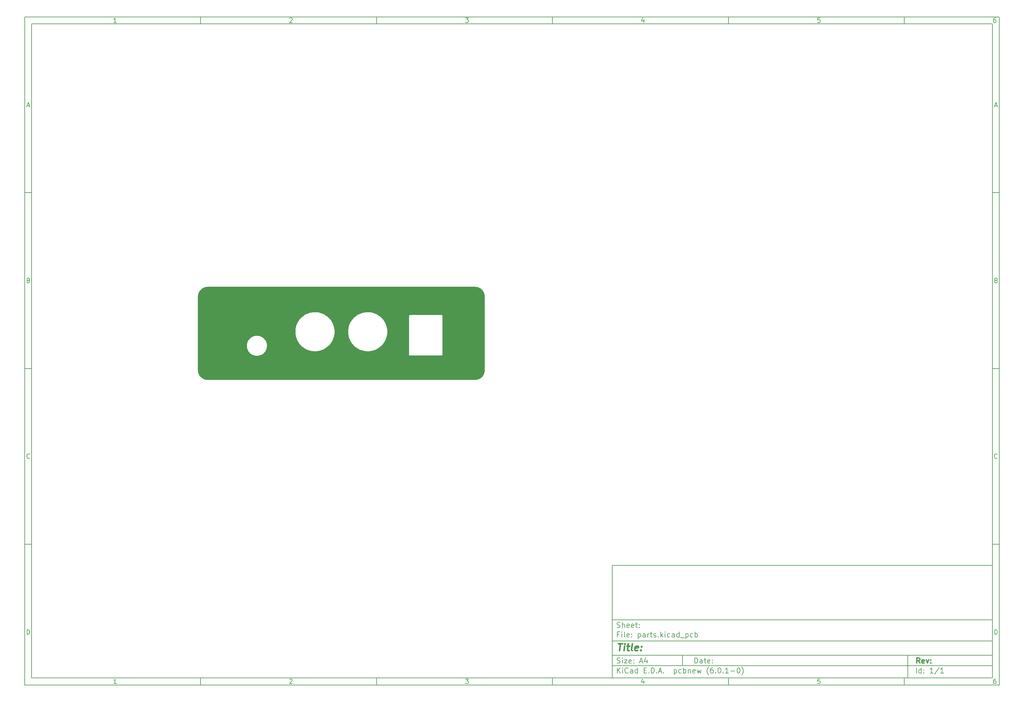
<source format=gbl>
G04 #@! TF.GenerationSoftware,KiCad,Pcbnew,(6.0.1-0)*
G04 #@! TF.CreationDate,2022-01-26T00:07:15+08:00*
G04 #@! TF.ProjectId,parts,70617274-732e-46b6-9963-61645f706362,rev?*
G04 #@! TF.SameCoordinates,Original*
G04 #@! TF.FileFunction,Copper,L2,Bot*
G04 #@! TF.FilePolarity,Positive*
%FSLAX46Y46*%
G04 Gerber Fmt 4.6, Leading zero omitted, Abs format (unit mm)*
G04 Created by KiCad (PCBNEW (6.0.1-0)) date 2022-01-26 00:07:15*
%MOMM*%
%LPD*%
G01*
G04 APERTURE LIST*
%ADD10C,0.100000*%
%ADD11C,0.150000*%
%ADD12C,0.300000*%
%ADD13C,0.400000*%
G04 #@! TA.AperFunction,ComponentPad*
%ADD14C,0.600000*%
G04 #@! TD*
G04 #@! TA.AperFunction,ComponentPad*
%ADD15C,4.560000*%
G04 #@! TD*
G04 APERTURE END LIST*
D10*
D11*
X177002200Y-166007200D02*
X177002200Y-198007200D01*
X285002200Y-198007200D01*
X285002200Y-166007200D01*
X177002200Y-166007200D01*
D10*
D11*
X10000000Y-10000000D02*
X10000000Y-200007200D01*
X287002200Y-200007200D01*
X287002200Y-10000000D01*
X10000000Y-10000000D01*
D10*
D11*
X12000000Y-12000000D02*
X12000000Y-198007200D01*
X285002200Y-198007200D01*
X285002200Y-12000000D01*
X12000000Y-12000000D01*
D10*
D11*
X60000000Y-12000000D02*
X60000000Y-10000000D01*
D10*
D11*
X110000000Y-12000000D02*
X110000000Y-10000000D01*
D10*
D11*
X160000000Y-12000000D02*
X160000000Y-10000000D01*
D10*
D11*
X210000000Y-12000000D02*
X210000000Y-10000000D01*
D10*
D11*
X260000000Y-12000000D02*
X260000000Y-10000000D01*
D10*
D11*
X36065476Y-11588095D02*
X35322619Y-11588095D01*
X35694047Y-11588095D02*
X35694047Y-10288095D01*
X35570238Y-10473809D01*
X35446428Y-10597619D01*
X35322619Y-10659523D01*
D10*
D11*
X85322619Y-10411904D02*
X85384523Y-10350000D01*
X85508333Y-10288095D01*
X85817857Y-10288095D01*
X85941666Y-10350000D01*
X86003571Y-10411904D01*
X86065476Y-10535714D01*
X86065476Y-10659523D01*
X86003571Y-10845238D01*
X85260714Y-11588095D01*
X86065476Y-11588095D01*
D10*
D11*
X135260714Y-10288095D02*
X136065476Y-10288095D01*
X135632142Y-10783333D01*
X135817857Y-10783333D01*
X135941666Y-10845238D01*
X136003571Y-10907142D01*
X136065476Y-11030952D01*
X136065476Y-11340476D01*
X136003571Y-11464285D01*
X135941666Y-11526190D01*
X135817857Y-11588095D01*
X135446428Y-11588095D01*
X135322619Y-11526190D01*
X135260714Y-11464285D01*
D10*
D11*
X185941666Y-10721428D02*
X185941666Y-11588095D01*
X185632142Y-10226190D02*
X185322619Y-11154761D01*
X186127380Y-11154761D01*
D10*
D11*
X236003571Y-10288095D02*
X235384523Y-10288095D01*
X235322619Y-10907142D01*
X235384523Y-10845238D01*
X235508333Y-10783333D01*
X235817857Y-10783333D01*
X235941666Y-10845238D01*
X236003571Y-10907142D01*
X236065476Y-11030952D01*
X236065476Y-11340476D01*
X236003571Y-11464285D01*
X235941666Y-11526190D01*
X235817857Y-11588095D01*
X235508333Y-11588095D01*
X235384523Y-11526190D01*
X235322619Y-11464285D01*
D10*
D11*
X285941666Y-10288095D02*
X285694047Y-10288095D01*
X285570238Y-10350000D01*
X285508333Y-10411904D01*
X285384523Y-10597619D01*
X285322619Y-10845238D01*
X285322619Y-11340476D01*
X285384523Y-11464285D01*
X285446428Y-11526190D01*
X285570238Y-11588095D01*
X285817857Y-11588095D01*
X285941666Y-11526190D01*
X286003571Y-11464285D01*
X286065476Y-11340476D01*
X286065476Y-11030952D01*
X286003571Y-10907142D01*
X285941666Y-10845238D01*
X285817857Y-10783333D01*
X285570238Y-10783333D01*
X285446428Y-10845238D01*
X285384523Y-10907142D01*
X285322619Y-11030952D01*
D10*
D11*
X60000000Y-198007200D02*
X60000000Y-200007200D01*
D10*
D11*
X110000000Y-198007200D02*
X110000000Y-200007200D01*
D10*
D11*
X160000000Y-198007200D02*
X160000000Y-200007200D01*
D10*
D11*
X210000000Y-198007200D02*
X210000000Y-200007200D01*
D10*
D11*
X260000000Y-198007200D02*
X260000000Y-200007200D01*
D10*
D11*
X36065476Y-199595295D02*
X35322619Y-199595295D01*
X35694047Y-199595295D02*
X35694047Y-198295295D01*
X35570238Y-198481009D01*
X35446428Y-198604819D01*
X35322619Y-198666723D01*
D10*
D11*
X85322619Y-198419104D02*
X85384523Y-198357200D01*
X85508333Y-198295295D01*
X85817857Y-198295295D01*
X85941666Y-198357200D01*
X86003571Y-198419104D01*
X86065476Y-198542914D01*
X86065476Y-198666723D01*
X86003571Y-198852438D01*
X85260714Y-199595295D01*
X86065476Y-199595295D01*
D10*
D11*
X135260714Y-198295295D02*
X136065476Y-198295295D01*
X135632142Y-198790533D01*
X135817857Y-198790533D01*
X135941666Y-198852438D01*
X136003571Y-198914342D01*
X136065476Y-199038152D01*
X136065476Y-199347676D01*
X136003571Y-199471485D01*
X135941666Y-199533390D01*
X135817857Y-199595295D01*
X135446428Y-199595295D01*
X135322619Y-199533390D01*
X135260714Y-199471485D01*
D10*
D11*
X185941666Y-198728628D02*
X185941666Y-199595295D01*
X185632142Y-198233390D02*
X185322619Y-199161961D01*
X186127380Y-199161961D01*
D10*
D11*
X236003571Y-198295295D02*
X235384523Y-198295295D01*
X235322619Y-198914342D01*
X235384523Y-198852438D01*
X235508333Y-198790533D01*
X235817857Y-198790533D01*
X235941666Y-198852438D01*
X236003571Y-198914342D01*
X236065476Y-199038152D01*
X236065476Y-199347676D01*
X236003571Y-199471485D01*
X235941666Y-199533390D01*
X235817857Y-199595295D01*
X235508333Y-199595295D01*
X235384523Y-199533390D01*
X235322619Y-199471485D01*
D10*
D11*
X285941666Y-198295295D02*
X285694047Y-198295295D01*
X285570238Y-198357200D01*
X285508333Y-198419104D01*
X285384523Y-198604819D01*
X285322619Y-198852438D01*
X285322619Y-199347676D01*
X285384523Y-199471485D01*
X285446428Y-199533390D01*
X285570238Y-199595295D01*
X285817857Y-199595295D01*
X285941666Y-199533390D01*
X286003571Y-199471485D01*
X286065476Y-199347676D01*
X286065476Y-199038152D01*
X286003571Y-198914342D01*
X285941666Y-198852438D01*
X285817857Y-198790533D01*
X285570238Y-198790533D01*
X285446428Y-198852438D01*
X285384523Y-198914342D01*
X285322619Y-199038152D01*
D10*
D11*
X10000000Y-60000000D02*
X12000000Y-60000000D01*
D10*
D11*
X10000000Y-110000000D02*
X12000000Y-110000000D01*
D10*
D11*
X10000000Y-160000000D02*
X12000000Y-160000000D01*
D10*
D11*
X10690476Y-35216666D02*
X11309523Y-35216666D01*
X10566666Y-35588095D02*
X11000000Y-34288095D01*
X11433333Y-35588095D01*
D10*
D11*
X11092857Y-84907142D02*
X11278571Y-84969047D01*
X11340476Y-85030952D01*
X11402380Y-85154761D01*
X11402380Y-85340476D01*
X11340476Y-85464285D01*
X11278571Y-85526190D01*
X11154761Y-85588095D01*
X10659523Y-85588095D01*
X10659523Y-84288095D01*
X11092857Y-84288095D01*
X11216666Y-84350000D01*
X11278571Y-84411904D01*
X11340476Y-84535714D01*
X11340476Y-84659523D01*
X11278571Y-84783333D01*
X11216666Y-84845238D01*
X11092857Y-84907142D01*
X10659523Y-84907142D01*
D10*
D11*
X11402380Y-135464285D02*
X11340476Y-135526190D01*
X11154761Y-135588095D01*
X11030952Y-135588095D01*
X10845238Y-135526190D01*
X10721428Y-135402380D01*
X10659523Y-135278571D01*
X10597619Y-135030952D01*
X10597619Y-134845238D01*
X10659523Y-134597619D01*
X10721428Y-134473809D01*
X10845238Y-134350000D01*
X11030952Y-134288095D01*
X11154761Y-134288095D01*
X11340476Y-134350000D01*
X11402380Y-134411904D01*
D10*
D11*
X10659523Y-185588095D02*
X10659523Y-184288095D01*
X10969047Y-184288095D01*
X11154761Y-184350000D01*
X11278571Y-184473809D01*
X11340476Y-184597619D01*
X11402380Y-184845238D01*
X11402380Y-185030952D01*
X11340476Y-185278571D01*
X11278571Y-185402380D01*
X11154761Y-185526190D01*
X10969047Y-185588095D01*
X10659523Y-185588095D01*
D10*
D11*
X287002200Y-60000000D02*
X285002200Y-60000000D01*
D10*
D11*
X287002200Y-110000000D02*
X285002200Y-110000000D01*
D10*
D11*
X287002200Y-160000000D02*
X285002200Y-160000000D01*
D10*
D11*
X285692676Y-35216666D02*
X286311723Y-35216666D01*
X285568866Y-35588095D02*
X286002200Y-34288095D01*
X286435533Y-35588095D01*
D10*
D11*
X286095057Y-84907142D02*
X286280771Y-84969047D01*
X286342676Y-85030952D01*
X286404580Y-85154761D01*
X286404580Y-85340476D01*
X286342676Y-85464285D01*
X286280771Y-85526190D01*
X286156961Y-85588095D01*
X285661723Y-85588095D01*
X285661723Y-84288095D01*
X286095057Y-84288095D01*
X286218866Y-84350000D01*
X286280771Y-84411904D01*
X286342676Y-84535714D01*
X286342676Y-84659523D01*
X286280771Y-84783333D01*
X286218866Y-84845238D01*
X286095057Y-84907142D01*
X285661723Y-84907142D01*
D10*
D11*
X286404580Y-135464285D02*
X286342676Y-135526190D01*
X286156961Y-135588095D01*
X286033152Y-135588095D01*
X285847438Y-135526190D01*
X285723628Y-135402380D01*
X285661723Y-135278571D01*
X285599819Y-135030952D01*
X285599819Y-134845238D01*
X285661723Y-134597619D01*
X285723628Y-134473809D01*
X285847438Y-134350000D01*
X286033152Y-134288095D01*
X286156961Y-134288095D01*
X286342676Y-134350000D01*
X286404580Y-134411904D01*
D10*
D11*
X285661723Y-185588095D02*
X285661723Y-184288095D01*
X285971247Y-184288095D01*
X286156961Y-184350000D01*
X286280771Y-184473809D01*
X286342676Y-184597619D01*
X286404580Y-184845238D01*
X286404580Y-185030952D01*
X286342676Y-185278571D01*
X286280771Y-185402380D01*
X286156961Y-185526190D01*
X285971247Y-185588095D01*
X285661723Y-185588095D01*
D10*
D11*
X200434342Y-193785771D02*
X200434342Y-192285771D01*
X200791485Y-192285771D01*
X201005771Y-192357200D01*
X201148628Y-192500057D01*
X201220057Y-192642914D01*
X201291485Y-192928628D01*
X201291485Y-193142914D01*
X201220057Y-193428628D01*
X201148628Y-193571485D01*
X201005771Y-193714342D01*
X200791485Y-193785771D01*
X200434342Y-193785771D01*
X202577200Y-193785771D02*
X202577200Y-193000057D01*
X202505771Y-192857200D01*
X202362914Y-192785771D01*
X202077200Y-192785771D01*
X201934342Y-192857200D01*
X202577200Y-193714342D02*
X202434342Y-193785771D01*
X202077200Y-193785771D01*
X201934342Y-193714342D01*
X201862914Y-193571485D01*
X201862914Y-193428628D01*
X201934342Y-193285771D01*
X202077200Y-193214342D01*
X202434342Y-193214342D01*
X202577200Y-193142914D01*
X203077200Y-192785771D02*
X203648628Y-192785771D01*
X203291485Y-192285771D02*
X203291485Y-193571485D01*
X203362914Y-193714342D01*
X203505771Y-193785771D01*
X203648628Y-193785771D01*
X204720057Y-193714342D02*
X204577200Y-193785771D01*
X204291485Y-193785771D01*
X204148628Y-193714342D01*
X204077200Y-193571485D01*
X204077200Y-193000057D01*
X204148628Y-192857200D01*
X204291485Y-192785771D01*
X204577200Y-192785771D01*
X204720057Y-192857200D01*
X204791485Y-193000057D01*
X204791485Y-193142914D01*
X204077200Y-193285771D01*
X205434342Y-193642914D02*
X205505771Y-193714342D01*
X205434342Y-193785771D01*
X205362914Y-193714342D01*
X205434342Y-193642914D01*
X205434342Y-193785771D01*
X205434342Y-192857200D02*
X205505771Y-192928628D01*
X205434342Y-193000057D01*
X205362914Y-192928628D01*
X205434342Y-192857200D01*
X205434342Y-193000057D01*
D10*
D11*
X177002200Y-194507200D02*
X285002200Y-194507200D01*
D10*
D11*
X178434342Y-196585771D02*
X178434342Y-195085771D01*
X179291485Y-196585771D02*
X178648628Y-195728628D01*
X179291485Y-195085771D02*
X178434342Y-195942914D01*
X179934342Y-196585771D02*
X179934342Y-195585771D01*
X179934342Y-195085771D02*
X179862914Y-195157200D01*
X179934342Y-195228628D01*
X180005771Y-195157200D01*
X179934342Y-195085771D01*
X179934342Y-195228628D01*
X181505771Y-196442914D02*
X181434342Y-196514342D01*
X181220057Y-196585771D01*
X181077200Y-196585771D01*
X180862914Y-196514342D01*
X180720057Y-196371485D01*
X180648628Y-196228628D01*
X180577200Y-195942914D01*
X180577200Y-195728628D01*
X180648628Y-195442914D01*
X180720057Y-195300057D01*
X180862914Y-195157200D01*
X181077200Y-195085771D01*
X181220057Y-195085771D01*
X181434342Y-195157200D01*
X181505771Y-195228628D01*
X182791485Y-196585771D02*
X182791485Y-195800057D01*
X182720057Y-195657200D01*
X182577200Y-195585771D01*
X182291485Y-195585771D01*
X182148628Y-195657200D01*
X182791485Y-196514342D02*
X182648628Y-196585771D01*
X182291485Y-196585771D01*
X182148628Y-196514342D01*
X182077200Y-196371485D01*
X182077200Y-196228628D01*
X182148628Y-196085771D01*
X182291485Y-196014342D01*
X182648628Y-196014342D01*
X182791485Y-195942914D01*
X184148628Y-196585771D02*
X184148628Y-195085771D01*
X184148628Y-196514342D02*
X184005771Y-196585771D01*
X183720057Y-196585771D01*
X183577200Y-196514342D01*
X183505771Y-196442914D01*
X183434342Y-196300057D01*
X183434342Y-195871485D01*
X183505771Y-195728628D01*
X183577200Y-195657200D01*
X183720057Y-195585771D01*
X184005771Y-195585771D01*
X184148628Y-195657200D01*
X186005771Y-195800057D02*
X186505771Y-195800057D01*
X186720057Y-196585771D02*
X186005771Y-196585771D01*
X186005771Y-195085771D01*
X186720057Y-195085771D01*
X187362914Y-196442914D02*
X187434342Y-196514342D01*
X187362914Y-196585771D01*
X187291485Y-196514342D01*
X187362914Y-196442914D01*
X187362914Y-196585771D01*
X188077200Y-196585771D02*
X188077200Y-195085771D01*
X188434342Y-195085771D01*
X188648628Y-195157200D01*
X188791485Y-195300057D01*
X188862914Y-195442914D01*
X188934342Y-195728628D01*
X188934342Y-195942914D01*
X188862914Y-196228628D01*
X188791485Y-196371485D01*
X188648628Y-196514342D01*
X188434342Y-196585771D01*
X188077200Y-196585771D01*
X189577200Y-196442914D02*
X189648628Y-196514342D01*
X189577200Y-196585771D01*
X189505771Y-196514342D01*
X189577200Y-196442914D01*
X189577200Y-196585771D01*
X190220057Y-196157200D02*
X190934342Y-196157200D01*
X190077200Y-196585771D02*
X190577200Y-195085771D01*
X191077200Y-196585771D01*
X191577200Y-196442914D02*
X191648628Y-196514342D01*
X191577200Y-196585771D01*
X191505771Y-196514342D01*
X191577200Y-196442914D01*
X191577200Y-196585771D01*
X194577200Y-195585771D02*
X194577200Y-197085771D01*
X194577200Y-195657200D02*
X194720057Y-195585771D01*
X195005771Y-195585771D01*
X195148628Y-195657200D01*
X195220057Y-195728628D01*
X195291485Y-195871485D01*
X195291485Y-196300057D01*
X195220057Y-196442914D01*
X195148628Y-196514342D01*
X195005771Y-196585771D01*
X194720057Y-196585771D01*
X194577200Y-196514342D01*
X196577200Y-196514342D02*
X196434342Y-196585771D01*
X196148628Y-196585771D01*
X196005771Y-196514342D01*
X195934342Y-196442914D01*
X195862914Y-196300057D01*
X195862914Y-195871485D01*
X195934342Y-195728628D01*
X196005771Y-195657200D01*
X196148628Y-195585771D01*
X196434342Y-195585771D01*
X196577200Y-195657200D01*
X197220057Y-196585771D02*
X197220057Y-195085771D01*
X197220057Y-195657200D02*
X197362914Y-195585771D01*
X197648628Y-195585771D01*
X197791485Y-195657200D01*
X197862914Y-195728628D01*
X197934342Y-195871485D01*
X197934342Y-196300057D01*
X197862914Y-196442914D01*
X197791485Y-196514342D01*
X197648628Y-196585771D01*
X197362914Y-196585771D01*
X197220057Y-196514342D01*
X198577200Y-195585771D02*
X198577200Y-196585771D01*
X198577200Y-195728628D02*
X198648628Y-195657200D01*
X198791485Y-195585771D01*
X199005771Y-195585771D01*
X199148628Y-195657200D01*
X199220057Y-195800057D01*
X199220057Y-196585771D01*
X200505771Y-196514342D02*
X200362914Y-196585771D01*
X200077200Y-196585771D01*
X199934342Y-196514342D01*
X199862914Y-196371485D01*
X199862914Y-195800057D01*
X199934342Y-195657200D01*
X200077200Y-195585771D01*
X200362914Y-195585771D01*
X200505771Y-195657200D01*
X200577200Y-195800057D01*
X200577200Y-195942914D01*
X199862914Y-196085771D01*
X201077200Y-195585771D02*
X201362914Y-196585771D01*
X201648628Y-195871485D01*
X201934342Y-196585771D01*
X202220057Y-195585771D01*
X204362914Y-197157200D02*
X204291485Y-197085771D01*
X204148628Y-196871485D01*
X204077200Y-196728628D01*
X204005771Y-196514342D01*
X203934342Y-196157200D01*
X203934342Y-195871485D01*
X204005771Y-195514342D01*
X204077200Y-195300057D01*
X204148628Y-195157200D01*
X204291485Y-194942914D01*
X204362914Y-194871485D01*
X205577200Y-195085771D02*
X205291485Y-195085771D01*
X205148628Y-195157200D01*
X205077200Y-195228628D01*
X204934342Y-195442914D01*
X204862914Y-195728628D01*
X204862914Y-196300057D01*
X204934342Y-196442914D01*
X205005771Y-196514342D01*
X205148628Y-196585771D01*
X205434342Y-196585771D01*
X205577200Y-196514342D01*
X205648628Y-196442914D01*
X205720057Y-196300057D01*
X205720057Y-195942914D01*
X205648628Y-195800057D01*
X205577200Y-195728628D01*
X205434342Y-195657200D01*
X205148628Y-195657200D01*
X205005771Y-195728628D01*
X204934342Y-195800057D01*
X204862914Y-195942914D01*
X206362914Y-196442914D02*
X206434342Y-196514342D01*
X206362914Y-196585771D01*
X206291485Y-196514342D01*
X206362914Y-196442914D01*
X206362914Y-196585771D01*
X207362914Y-195085771D02*
X207505771Y-195085771D01*
X207648628Y-195157200D01*
X207720057Y-195228628D01*
X207791485Y-195371485D01*
X207862914Y-195657200D01*
X207862914Y-196014342D01*
X207791485Y-196300057D01*
X207720057Y-196442914D01*
X207648628Y-196514342D01*
X207505771Y-196585771D01*
X207362914Y-196585771D01*
X207220057Y-196514342D01*
X207148628Y-196442914D01*
X207077200Y-196300057D01*
X207005771Y-196014342D01*
X207005771Y-195657200D01*
X207077200Y-195371485D01*
X207148628Y-195228628D01*
X207220057Y-195157200D01*
X207362914Y-195085771D01*
X208505771Y-196442914D02*
X208577200Y-196514342D01*
X208505771Y-196585771D01*
X208434342Y-196514342D01*
X208505771Y-196442914D01*
X208505771Y-196585771D01*
X210005771Y-196585771D02*
X209148628Y-196585771D01*
X209577200Y-196585771D02*
X209577200Y-195085771D01*
X209434342Y-195300057D01*
X209291485Y-195442914D01*
X209148628Y-195514342D01*
X210648628Y-196014342D02*
X211791485Y-196014342D01*
X212791485Y-195085771D02*
X212934342Y-195085771D01*
X213077200Y-195157200D01*
X213148628Y-195228628D01*
X213220057Y-195371485D01*
X213291485Y-195657200D01*
X213291485Y-196014342D01*
X213220057Y-196300057D01*
X213148628Y-196442914D01*
X213077200Y-196514342D01*
X212934342Y-196585771D01*
X212791485Y-196585771D01*
X212648628Y-196514342D01*
X212577200Y-196442914D01*
X212505771Y-196300057D01*
X212434342Y-196014342D01*
X212434342Y-195657200D01*
X212505771Y-195371485D01*
X212577200Y-195228628D01*
X212648628Y-195157200D01*
X212791485Y-195085771D01*
X213791485Y-197157200D02*
X213862914Y-197085771D01*
X214005771Y-196871485D01*
X214077200Y-196728628D01*
X214148628Y-196514342D01*
X214220057Y-196157200D01*
X214220057Y-195871485D01*
X214148628Y-195514342D01*
X214077200Y-195300057D01*
X214005771Y-195157200D01*
X213862914Y-194942914D01*
X213791485Y-194871485D01*
D10*
D11*
X177002200Y-191507200D02*
X285002200Y-191507200D01*
D10*
D12*
X264411485Y-193785771D02*
X263911485Y-193071485D01*
X263554342Y-193785771D02*
X263554342Y-192285771D01*
X264125771Y-192285771D01*
X264268628Y-192357200D01*
X264340057Y-192428628D01*
X264411485Y-192571485D01*
X264411485Y-192785771D01*
X264340057Y-192928628D01*
X264268628Y-193000057D01*
X264125771Y-193071485D01*
X263554342Y-193071485D01*
X265625771Y-193714342D02*
X265482914Y-193785771D01*
X265197200Y-193785771D01*
X265054342Y-193714342D01*
X264982914Y-193571485D01*
X264982914Y-193000057D01*
X265054342Y-192857200D01*
X265197200Y-192785771D01*
X265482914Y-192785771D01*
X265625771Y-192857200D01*
X265697200Y-193000057D01*
X265697200Y-193142914D01*
X264982914Y-193285771D01*
X266197200Y-192785771D02*
X266554342Y-193785771D01*
X266911485Y-192785771D01*
X267482914Y-193642914D02*
X267554342Y-193714342D01*
X267482914Y-193785771D01*
X267411485Y-193714342D01*
X267482914Y-193642914D01*
X267482914Y-193785771D01*
X267482914Y-192857200D02*
X267554342Y-192928628D01*
X267482914Y-193000057D01*
X267411485Y-192928628D01*
X267482914Y-192857200D01*
X267482914Y-193000057D01*
D10*
D11*
X178362914Y-193714342D02*
X178577200Y-193785771D01*
X178934342Y-193785771D01*
X179077200Y-193714342D01*
X179148628Y-193642914D01*
X179220057Y-193500057D01*
X179220057Y-193357200D01*
X179148628Y-193214342D01*
X179077200Y-193142914D01*
X178934342Y-193071485D01*
X178648628Y-193000057D01*
X178505771Y-192928628D01*
X178434342Y-192857200D01*
X178362914Y-192714342D01*
X178362914Y-192571485D01*
X178434342Y-192428628D01*
X178505771Y-192357200D01*
X178648628Y-192285771D01*
X179005771Y-192285771D01*
X179220057Y-192357200D01*
X179862914Y-193785771D02*
X179862914Y-192785771D01*
X179862914Y-192285771D02*
X179791485Y-192357200D01*
X179862914Y-192428628D01*
X179934342Y-192357200D01*
X179862914Y-192285771D01*
X179862914Y-192428628D01*
X180434342Y-192785771D02*
X181220057Y-192785771D01*
X180434342Y-193785771D01*
X181220057Y-193785771D01*
X182362914Y-193714342D02*
X182220057Y-193785771D01*
X181934342Y-193785771D01*
X181791485Y-193714342D01*
X181720057Y-193571485D01*
X181720057Y-193000057D01*
X181791485Y-192857200D01*
X181934342Y-192785771D01*
X182220057Y-192785771D01*
X182362914Y-192857200D01*
X182434342Y-193000057D01*
X182434342Y-193142914D01*
X181720057Y-193285771D01*
X183077200Y-193642914D02*
X183148628Y-193714342D01*
X183077200Y-193785771D01*
X183005771Y-193714342D01*
X183077200Y-193642914D01*
X183077200Y-193785771D01*
X183077200Y-192857200D02*
X183148628Y-192928628D01*
X183077200Y-193000057D01*
X183005771Y-192928628D01*
X183077200Y-192857200D01*
X183077200Y-193000057D01*
X184862914Y-193357200D02*
X185577200Y-193357200D01*
X184720057Y-193785771D02*
X185220057Y-192285771D01*
X185720057Y-193785771D01*
X186862914Y-192785771D02*
X186862914Y-193785771D01*
X186505771Y-192214342D02*
X186148628Y-193285771D01*
X187077200Y-193285771D01*
D10*
D11*
X263434342Y-196585771D02*
X263434342Y-195085771D01*
X264791485Y-196585771D02*
X264791485Y-195085771D01*
X264791485Y-196514342D02*
X264648628Y-196585771D01*
X264362914Y-196585771D01*
X264220057Y-196514342D01*
X264148628Y-196442914D01*
X264077200Y-196300057D01*
X264077200Y-195871485D01*
X264148628Y-195728628D01*
X264220057Y-195657200D01*
X264362914Y-195585771D01*
X264648628Y-195585771D01*
X264791485Y-195657200D01*
X265505771Y-196442914D02*
X265577200Y-196514342D01*
X265505771Y-196585771D01*
X265434342Y-196514342D01*
X265505771Y-196442914D01*
X265505771Y-196585771D01*
X265505771Y-195657200D02*
X265577200Y-195728628D01*
X265505771Y-195800057D01*
X265434342Y-195728628D01*
X265505771Y-195657200D01*
X265505771Y-195800057D01*
X268148628Y-196585771D02*
X267291485Y-196585771D01*
X267720057Y-196585771D02*
X267720057Y-195085771D01*
X267577200Y-195300057D01*
X267434342Y-195442914D01*
X267291485Y-195514342D01*
X269862914Y-195014342D02*
X268577200Y-196942914D01*
X271148628Y-196585771D02*
X270291485Y-196585771D01*
X270720057Y-196585771D02*
X270720057Y-195085771D01*
X270577200Y-195300057D01*
X270434342Y-195442914D01*
X270291485Y-195514342D01*
D10*
D11*
X177002200Y-187507200D02*
X285002200Y-187507200D01*
D10*
D13*
X178714580Y-188211961D02*
X179857438Y-188211961D01*
X179036009Y-190211961D02*
X179286009Y-188211961D01*
X180274104Y-190211961D02*
X180440771Y-188878628D01*
X180524104Y-188211961D02*
X180416961Y-188307200D01*
X180500295Y-188402438D01*
X180607438Y-188307200D01*
X180524104Y-188211961D01*
X180500295Y-188402438D01*
X181107438Y-188878628D02*
X181869342Y-188878628D01*
X181476485Y-188211961D02*
X181262200Y-189926247D01*
X181333628Y-190116723D01*
X181512200Y-190211961D01*
X181702676Y-190211961D01*
X182655057Y-190211961D02*
X182476485Y-190116723D01*
X182405057Y-189926247D01*
X182619342Y-188211961D01*
X184190771Y-190116723D02*
X183988390Y-190211961D01*
X183607438Y-190211961D01*
X183428866Y-190116723D01*
X183357438Y-189926247D01*
X183452676Y-189164342D01*
X183571723Y-188973866D01*
X183774104Y-188878628D01*
X184155057Y-188878628D01*
X184333628Y-188973866D01*
X184405057Y-189164342D01*
X184381247Y-189354819D01*
X183405057Y-189545295D01*
X185155057Y-190021485D02*
X185238390Y-190116723D01*
X185131247Y-190211961D01*
X185047914Y-190116723D01*
X185155057Y-190021485D01*
X185131247Y-190211961D01*
X185286009Y-188973866D02*
X185369342Y-189069104D01*
X185262200Y-189164342D01*
X185178866Y-189069104D01*
X185286009Y-188973866D01*
X185262200Y-189164342D01*
D10*
D11*
X178934342Y-185600057D02*
X178434342Y-185600057D01*
X178434342Y-186385771D02*
X178434342Y-184885771D01*
X179148628Y-184885771D01*
X179720057Y-186385771D02*
X179720057Y-185385771D01*
X179720057Y-184885771D02*
X179648628Y-184957200D01*
X179720057Y-185028628D01*
X179791485Y-184957200D01*
X179720057Y-184885771D01*
X179720057Y-185028628D01*
X180648628Y-186385771D02*
X180505771Y-186314342D01*
X180434342Y-186171485D01*
X180434342Y-184885771D01*
X181791485Y-186314342D02*
X181648628Y-186385771D01*
X181362914Y-186385771D01*
X181220057Y-186314342D01*
X181148628Y-186171485D01*
X181148628Y-185600057D01*
X181220057Y-185457200D01*
X181362914Y-185385771D01*
X181648628Y-185385771D01*
X181791485Y-185457200D01*
X181862914Y-185600057D01*
X181862914Y-185742914D01*
X181148628Y-185885771D01*
X182505771Y-186242914D02*
X182577200Y-186314342D01*
X182505771Y-186385771D01*
X182434342Y-186314342D01*
X182505771Y-186242914D01*
X182505771Y-186385771D01*
X182505771Y-185457200D02*
X182577200Y-185528628D01*
X182505771Y-185600057D01*
X182434342Y-185528628D01*
X182505771Y-185457200D01*
X182505771Y-185600057D01*
X184362914Y-185385771D02*
X184362914Y-186885771D01*
X184362914Y-185457200D02*
X184505771Y-185385771D01*
X184791485Y-185385771D01*
X184934342Y-185457200D01*
X185005771Y-185528628D01*
X185077200Y-185671485D01*
X185077200Y-186100057D01*
X185005771Y-186242914D01*
X184934342Y-186314342D01*
X184791485Y-186385771D01*
X184505771Y-186385771D01*
X184362914Y-186314342D01*
X186362914Y-186385771D02*
X186362914Y-185600057D01*
X186291485Y-185457200D01*
X186148628Y-185385771D01*
X185862914Y-185385771D01*
X185720057Y-185457200D01*
X186362914Y-186314342D02*
X186220057Y-186385771D01*
X185862914Y-186385771D01*
X185720057Y-186314342D01*
X185648628Y-186171485D01*
X185648628Y-186028628D01*
X185720057Y-185885771D01*
X185862914Y-185814342D01*
X186220057Y-185814342D01*
X186362914Y-185742914D01*
X187077200Y-186385771D02*
X187077200Y-185385771D01*
X187077200Y-185671485D02*
X187148628Y-185528628D01*
X187220057Y-185457200D01*
X187362914Y-185385771D01*
X187505771Y-185385771D01*
X187791485Y-185385771D02*
X188362914Y-185385771D01*
X188005771Y-184885771D02*
X188005771Y-186171485D01*
X188077200Y-186314342D01*
X188220057Y-186385771D01*
X188362914Y-186385771D01*
X188791485Y-186314342D02*
X188934342Y-186385771D01*
X189220057Y-186385771D01*
X189362914Y-186314342D01*
X189434342Y-186171485D01*
X189434342Y-186100057D01*
X189362914Y-185957200D01*
X189220057Y-185885771D01*
X189005771Y-185885771D01*
X188862914Y-185814342D01*
X188791485Y-185671485D01*
X188791485Y-185600057D01*
X188862914Y-185457200D01*
X189005771Y-185385771D01*
X189220057Y-185385771D01*
X189362914Y-185457200D01*
X190077200Y-186242914D02*
X190148628Y-186314342D01*
X190077200Y-186385771D01*
X190005771Y-186314342D01*
X190077200Y-186242914D01*
X190077200Y-186385771D01*
X190791485Y-186385771D02*
X190791485Y-184885771D01*
X190934342Y-185814342D02*
X191362914Y-186385771D01*
X191362914Y-185385771D02*
X190791485Y-185957200D01*
X192005771Y-186385771D02*
X192005771Y-185385771D01*
X192005771Y-184885771D02*
X191934342Y-184957200D01*
X192005771Y-185028628D01*
X192077200Y-184957200D01*
X192005771Y-184885771D01*
X192005771Y-185028628D01*
X193362914Y-186314342D02*
X193220057Y-186385771D01*
X192934342Y-186385771D01*
X192791485Y-186314342D01*
X192720057Y-186242914D01*
X192648628Y-186100057D01*
X192648628Y-185671485D01*
X192720057Y-185528628D01*
X192791485Y-185457200D01*
X192934342Y-185385771D01*
X193220057Y-185385771D01*
X193362914Y-185457200D01*
X194648628Y-186385771D02*
X194648628Y-185600057D01*
X194577200Y-185457200D01*
X194434342Y-185385771D01*
X194148628Y-185385771D01*
X194005771Y-185457200D01*
X194648628Y-186314342D02*
X194505771Y-186385771D01*
X194148628Y-186385771D01*
X194005771Y-186314342D01*
X193934342Y-186171485D01*
X193934342Y-186028628D01*
X194005771Y-185885771D01*
X194148628Y-185814342D01*
X194505771Y-185814342D01*
X194648628Y-185742914D01*
X196005771Y-186385771D02*
X196005771Y-184885771D01*
X196005771Y-186314342D02*
X195862914Y-186385771D01*
X195577200Y-186385771D01*
X195434342Y-186314342D01*
X195362914Y-186242914D01*
X195291485Y-186100057D01*
X195291485Y-185671485D01*
X195362914Y-185528628D01*
X195434342Y-185457200D01*
X195577200Y-185385771D01*
X195862914Y-185385771D01*
X196005771Y-185457200D01*
X196362914Y-186528628D02*
X197505771Y-186528628D01*
X197862914Y-185385771D02*
X197862914Y-186885771D01*
X197862914Y-185457200D02*
X198005771Y-185385771D01*
X198291485Y-185385771D01*
X198434342Y-185457200D01*
X198505771Y-185528628D01*
X198577200Y-185671485D01*
X198577200Y-186100057D01*
X198505771Y-186242914D01*
X198434342Y-186314342D01*
X198291485Y-186385771D01*
X198005771Y-186385771D01*
X197862914Y-186314342D01*
X199862914Y-186314342D02*
X199720057Y-186385771D01*
X199434342Y-186385771D01*
X199291485Y-186314342D01*
X199220057Y-186242914D01*
X199148628Y-186100057D01*
X199148628Y-185671485D01*
X199220057Y-185528628D01*
X199291485Y-185457200D01*
X199434342Y-185385771D01*
X199720057Y-185385771D01*
X199862914Y-185457200D01*
X200505771Y-186385771D02*
X200505771Y-184885771D01*
X200505771Y-185457200D02*
X200648628Y-185385771D01*
X200934342Y-185385771D01*
X201077200Y-185457200D01*
X201148628Y-185528628D01*
X201220057Y-185671485D01*
X201220057Y-186100057D01*
X201148628Y-186242914D01*
X201077200Y-186314342D01*
X200934342Y-186385771D01*
X200648628Y-186385771D01*
X200505771Y-186314342D01*
D10*
D11*
X177002200Y-181507200D02*
X285002200Y-181507200D01*
D10*
D11*
X178362914Y-183614342D02*
X178577200Y-183685771D01*
X178934342Y-183685771D01*
X179077200Y-183614342D01*
X179148628Y-183542914D01*
X179220057Y-183400057D01*
X179220057Y-183257200D01*
X179148628Y-183114342D01*
X179077200Y-183042914D01*
X178934342Y-182971485D01*
X178648628Y-182900057D01*
X178505771Y-182828628D01*
X178434342Y-182757200D01*
X178362914Y-182614342D01*
X178362914Y-182471485D01*
X178434342Y-182328628D01*
X178505771Y-182257200D01*
X178648628Y-182185771D01*
X179005771Y-182185771D01*
X179220057Y-182257200D01*
X179862914Y-183685771D02*
X179862914Y-182185771D01*
X180505771Y-183685771D02*
X180505771Y-182900057D01*
X180434342Y-182757200D01*
X180291485Y-182685771D01*
X180077200Y-182685771D01*
X179934342Y-182757200D01*
X179862914Y-182828628D01*
X181791485Y-183614342D02*
X181648628Y-183685771D01*
X181362914Y-183685771D01*
X181220057Y-183614342D01*
X181148628Y-183471485D01*
X181148628Y-182900057D01*
X181220057Y-182757200D01*
X181362914Y-182685771D01*
X181648628Y-182685771D01*
X181791485Y-182757200D01*
X181862914Y-182900057D01*
X181862914Y-183042914D01*
X181148628Y-183185771D01*
X183077200Y-183614342D02*
X182934342Y-183685771D01*
X182648628Y-183685771D01*
X182505771Y-183614342D01*
X182434342Y-183471485D01*
X182434342Y-182900057D01*
X182505771Y-182757200D01*
X182648628Y-182685771D01*
X182934342Y-182685771D01*
X183077200Y-182757200D01*
X183148628Y-182900057D01*
X183148628Y-183042914D01*
X182434342Y-183185771D01*
X183577200Y-182685771D02*
X184148628Y-182685771D01*
X183791485Y-182185771D02*
X183791485Y-183471485D01*
X183862914Y-183614342D01*
X184005771Y-183685771D01*
X184148628Y-183685771D01*
X184648628Y-183542914D02*
X184720057Y-183614342D01*
X184648628Y-183685771D01*
X184577200Y-183614342D01*
X184648628Y-183542914D01*
X184648628Y-183685771D01*
X184648628Y-182757200D02*
X184720057Y-182828628D01*
X184648628Y-182900057D01*
X184577200Y-182828628D01*
X184648628Y-182757200D01*
X184648628Y-182900057D01*
D10*
D12*
D10*
D11*
D10*
D11*
D10*
D11*
D10*
D11*
D10*
D11*
X197002200Y-191507200D02*
X197002200Y-194507200D01*
D10*
D11*
X261002200Y-191507200D02*
X261002200Y-198007200D01*
D14*
X64780000Y-90000000D03*
X63000000Y-91780000D03*
X63000000Y-88220000D03*
X64260000Y-88740000D03*
X61740000Y-91260000D03*
X61220000Y-90000000D03*
D15*
X63000000Y-90000000D03*
D14*
X64260000Y-91260000D03*
X61740000Y-88740000D03*
X64260000Y-111260000D03*
X63000000Y-108220000D03*
X64780000Y-110000000D03*
X61740000Y-111260000D03*
X61220000Y-110000000D03*
X63000000Y-111780000D03*
X64260000Y-108740000D03*
D15*
X63000000Y-110000000D03*
D14*
X61740000Y-108740000D03*
X137000000Y-88220000D03*
X137000000Y-91780000D03*
X135220000Y-90000000D03*
X138780000Y-90000000D03*
X135740000Y-91260000D03*
X135740000Y-88740000D03*
X138260000Y-91260000D03*
X138260000Y-88740000D03*
D15*
X137000000Y-90000000D03*
D14*
X135740000Y-108740000D03*
X138260000Y-108740000D03*
D15*
X137000000Y-110000000D03*
D14*
X137000000Y-111780000D03*
X137000000Y-108220000D03*
X135740000Y-111260000D03*
X138260000Y-111260000D03*
X135220000Y-110000000D03*
X138780000Y-110000000D03*
G04 #@! TA.AperFunction,Conductor*
G36*
X137987153Y-86756421D02*
G01*
X138000000Y-86758976D01*
X138012170Y-86756556D01*
X138024581Y-86756556D01*
X138024581Y-86756757D01*
X138035469Y-86755992D01*
X138300393Y-86770870D01*
X138314425Y-86772450D01*
X138459248Y-86797057D01*
X138604066Y-86821663D01*
X138617841Y-86824807D01*
X138704600Y-86849802D01*
X138900156Y-86906141D01*
X138913477Y-86910802D01*
X139184912Y-87023234D01*
X139197635Y-87029361D01*
X139286523Y-87078488D01*
X139454768Y-87171474D01*
X139466731Y-87178991D01*
X139706329Y-87348994D01*
X139717377Y-87357804D01*
X139936439Y-87553570D01*
X139946430Y-87563561D01*
X140142196Y-87782623D01*
X140151006Y-87793671D01*
X140321009Y-88033269D01*
X140328526Y-88045232D01*
X140470637Y-88302361D01*
X140476766Y-88315088D01*
X140589198Y-88586523D01*
X140593859Y-88599844D01*
X140650198Y-88795400D01*
X140675193Y-88882159D01*
X140678337Y-88895934D01*
X140727549Y-89185570D01*
X140729131Y-89199611D01*
X140744008Y-89464528D01*
X140743243Y-89475419D01*
X140743444Y-89475419D01*
X140743444Y-89487830D01*
X140741024Y-89500000D01*
X140743579Y-89512844D01*
X140746000Y-89537425D01*
X140746000Y-110462575D01*
X140743579Y-110487153D01*
X140741024Y-110500000D01*
X140743444Y-110512170D01*
X140743444Y-110524581D01*
X140743243Y-110524581D01*
X140744008Y-110535472D01*
X140729131Y-110800389D01*
X140727549Y-110814430D01*
X140678337Y-111104066D01*
X140675193Y-111117841D01*
X140593859Y-111400156D01*
X140589198Y-111413477D01*
X140476768Y-111684908D01*
X140470637Y-111697639D01*
X140328526Y-111954768D01*
X140321009Y-111966731D01*
X140151006Y-112206329D01*
X140142196Y-112217377D01*
X139946430Y-112436439D01*
X139936439Y-112446430D01*
X139717377Y-112642196D01*
X139706329Y-112651006D01*
X139466731Y-112821009D01*
X139454768Y-112828526D01*
X139197635Y-112970639D01*
X139184912Y-112976766D01*
X138913477Y-113089198D01*
X138900156Y-113093859D01*
X138704600Y-113150198D01*
X138617841Y-113175193D01*
X138604066Y-113178337D01*
X138459248Y-113202943D01*
X138314425Y-113227550D01*
X138300393Y-113229130D01*
X138035469Y-113244008D01*
X138024581Y-113243243D01*
X138024581Y-113243444D01*
X138012170Y-113243444D01*
X138000000Y-113241024D01*
X137987153Y-113243579D01*
X137962575Y-113246000D01*
X62037425Y-113246000D01*
X62012847Y-113243579D01*
X62000000Y-113241024D01*
X61987830Y-113243444D01*
X61975419Y-113243444D01*
X61975419Y-113243243D01*
X61964531Y-113244008D01*
X61699607Y-113229130D01*
X61685575Y-113227550D01*
X61540752Y-113202943D01*
X61395934Y-113178337D01*
X61382159Y-113175193D01*
X61295400Y-113150198D01*
X61099844Y-113093859D01*
X61086523Y-113089198D01*
X60815088Y-112976766D01*
X60802365Y-112970639D01*
X60545232Y-112828526D01*
X60533269Y-112821009D01*
X60293671Y-112651006D01*
X60282623Y-112642196D01*
X60063561Y-112446430D01*
X60053570Y-112436439D01*
X59857804Y-112217377D01*
X59848994Y-112206329D01*
X59678991Y-111966731D01*
X59671474Y-111954768D01*
X59529363Y-111697639D01*
X59523232Y-111684908D01*
X59410802Y-111413477D01*
X59406141Y-111400156D01*
X59324807Y-111117841D01*
X59321663Y-111104066D01*
X59272451Y-110814430D01*
X59270869Y-110800389D01*
X59255992Y-110535472D01*
X59256757Y-110524581D01*
X59256556Y-110524581D01*
X59256556Y-110512170D01*
X59258976Y-110500000D01*
X59256421Y-110487153D01*
X59254000Y-110462575D01*
X59254000Y-103435202D01*
X73142574Y-103435202D01*
X73144925Y-103525000D01*
X73151189Y-103764221D01*
X73151699Y-103767806D01*
X73151700Y-103767815D01*
X73160723Y-103831214D01*
X73197564Y-104090070D01*
X73198483Y-104093573D01*
X73198484Y-104093578D01*
X73231290Y-104218627D01*
X73281084Y-104408429D01*
X73400642Y-104715079D01*
X73402346Y-104718297D01*
X73527366Y-104954418D01*
X73554653Y-105005955D01*
X73556710Y-105008948D01*
X73739019Y-105274209D01*
X73739025Y-105274216D01*
X73741076Y-105277201D01*
X73957439Y-105525223D01*
X74200876Y-105746734D01*
X74468159Y-105938796D01*
X74755745Y-106098865D01*
X75059824Y-106224818D01*
X75063318Y-106225813D01*
X75063320Y-106225814D01*
X75372863Y-106313990D01*
X75372868Y-106313991D01*
X75376364Y-106314987D01*
X75599977Y-106351605D01*
X75697590Y-106367590D01*
X75697594Y-106367590D01*
X75701170Y-106368176D01*
X75704796Y-106368347D01*
X76026310Y-106383509D01*
X76026311Y-106383509D01*
X76029937Y-106383680D01*
X76040233Y-106382978D01*
X76354690Y-106361541D01*
X76354697Y-106361540D01*
X76358307Y-106361294D01*
X76681928Y-106301315D01*
X76996511Y-106204536D01*
X77207464Y-106111934D01*
X77294550Y-106073706D01*
X77294551Y-106073706D01*
X77297885Y-106072242D01*
X77378730Y-106025000D01*
X119241024Y-106025000D01*
X119246000Y-106050017D01*
X119260737Y-106124106D01*
X119316876Y-106208124D01*
X119400894Y-106264263D01*
X119500000Y-106283976D01*
X119512847Y-106281421D01*
X119537425Y-106279000D01*
X128462575Y-106279000D01*
X128487153Y-106281421D01*
X128500000Y-106283976D01*
X128599106Y-106264263D01*
X128683124Y-106208124D01*
X128739263Y-106124106D01*
X128754000Y-106050017D01*
X128758976Y-106025000D01*
X128756421Y-106012153D01*
X128754000Y-105987575D01*
X128754000Y-95062425D01*
X128756421Y-95037844D01*
X128756555Y-95037170D01*
X128758976Y-95025000D01*
X128739263Y-94925894D01*
X128683124Y-94841876D01*
X128599106Y-94785737D01*
X128525017Y-94771000D01*
X128512172Y-94768445D01*
X128500000Y-94766024D01*
X128487153Y-94768579D01*
X128462575Y-94771000D01*
X119537425Y-94771000D01*
X119512847Y-94768579D01*
X119500000Y-94766024D01*
X119487828Y-94768445D01*
X119474983Y-94771000D01*
X119400894Y-94785737D01*
X119316876Y-94841876D01*
X119260737Y-94925894D01*
X119241024Y-95025000D01*
X119243445Y-95037170D01*
X119243579Y-95037844D01*
X119246000Y-95062425D01*
X119246000Y-105987575D01*
X119243579Y-106012153D01*
X119241024Y-106025000D01*
X77378730Y-106025000D01*
X77582056Y-105906186D01*
X77584965Y-105904002D01*
X77842351Y-105710751D01*
X77842355Y-105710748D01*
X77845258Y-105708568D01*
X78084002Y-105482009D01*
X78295124Y-105229510D01*
X78391610Y-105082624D01*
X78473838Y-104957444D01*
X78473843Y-104957435D01*
X78475825Y-104954418D01*
X78549768Y-104807399D01*
X78622084Y-104663617D01*
X78622087Y-104663609D01*
X78623711Y-104660381D01*
X78627303Y-104650566D01*
X78735572Y-104354707D01*
X78735575Y-104354697D01*
X78736820Y-104351295D01*
X78737665Y-104347773D01*
X78737668Y-104347765D01*
X78812808Y-104034785D01*
X78812809Y-104034781D01*
X78813655Y-104031256D01*
X78840637Y-103808290D01*
X78852860Y-103707287D01*
X78852861Y-103707280D01*
X78853196Y-103704508D01*
X78854774Y-103654312D01*
X78858749Y-103527797D01*
X78858837Y-103525000D01*
X78853869Y-103438834D01*
X78840100Y-103200033D01*
X78840099Y-103200028D01*
X78839891Y-103196413D01*
X78821853Y-103093061D01*
X78783927Y-102875755D01*
X78783925Y-102875748D01*
X78783303Y-102872182D01*
X78759702Y-102792504D01*
X78710744Y-102627225D01*
X78689825Y-102556604D01*
X78655457Y-102476028D01*
X78562116Y-102257194D01*
X78560694Y-102253860D01*
X78397622Y-101967966D01*
X78265732Y-101788418D01*
X78204912Y-101705622D01*
X78204910Y-101705620D01*
X78202772Y-101702709D01*
X78061847Y-101551055D01*
X77981196Y-101464264D01*
X77981195Y-101464263D01*
X77978725Y-101461605D01*
X77975965Y-101459248D01*
X77975959Y-101459242D01*
X77741431Y-101258938D01*
X77728450Y-101247851D01*
X77455266Y-101064279D01*
X77162794Y-100913322D01*
X76854909Y-100796982D01*
X76851388Y-100796098D01*
X76851383Y-100796096D01*
X76539209Y-100717684D01*
X76539206Y-100717684D01*
X76535693Y-100716801D01*
X76394684Y-100698237D01*
X76212978Y-100674314D01*
X76212974Y-100674314D01*
X76209376Y-100673840D01*
X76093052Y-100672013D01*
X75883926Y-100668728D01*
X75883922Y-100668728D01*
X75880284Y-100668671D01*
X75876670Y-100669032D01*
X75876664Y-100669032D01*
X75644995Y-100692156D01*
X75552779Y-100701360D01*
X75231202Y-100771475D01*
X75227775Y-100772648D01*
X75227769Y-100772650D01*
X74923246Y-100876912D01*
X74923241Y-100876914D01*
X74919815Y-100878087D01*
X74916547Y-100879646D01*
X74916539Y-100879649D01*
X74765172Y-100951848D01*
X74622745Y-101019782D01*
X74343930Y-101194682D01*
X74341096Y-101196952D01*
X74341091Y-101196956D01*
X74180696Y-101325457D01*
X74087065Y-101400470D01*
X73855555Y-101634417D01*
X73652468Y-101893423D01*
X73480497Y-102174054D01*
X73478972Y-102177339D01*
X73478970Y-102177343D01*
X73443452Y-102253860D01*
X73341921Y-102472592D01*
X73238576Y-102785079D01*
X73171832Y-103107372D01*
X73142574Y-103435202D01*
X59254000Y-103435202D01*
X59254000Y-99757787D01*
X86945867Y-99757787D01*
X86984825Y-100221729D01*
X86985267Y-100224342D01*
X87061375Y-100674314D01*
X87062469Y-100680783D01*
X87178252Y-101131730D01*
X87179120Y-101134224D01*
X87179122Y-101134229D01*
X87219509Y-101250205D01*
X87331364Y-101571408D01*
X87520730Y-101996731D01*
X87745022Y-102404717D01*
X87746474Y-102406903D01*
X87746478Y-102406909D01*
X88001209Y-102790310D01*
X88002667Y-102792504D01*
X88291858Y-103157371D01*
X88610565Y-103496760D01*
X88956554Y-103808290D01*
X88958638Y-103809872D01*
X88958643Y-103809876D01*
X89147093Y-103952917D01*
X89327398Y-104089776D01*
X89329632Y-104091194D01*
X89329641Y-104091200D01*
X89532516Y-104219948D01*
X89720495Y-104339243D01*
X89722822Y-104340459D01*
X89722828Y-104340463D01*
X90130751Y-104553720D01*
X90130756Y-104553722D01*
X90133089Y-104554942D01*
X90562285Y-104735359D01*
X90564793Y-104736174D01*
X90564796Y-104736175D01*
X91002557Y-104878412D01*
X91002561Y-104878413D01*
X91005072Y-104879229D01*
X91248923Y-104936424D01*
X91455778Y-104984942D01*
X91455785Y-104984943D01*
X91458346Y-104985544D01*
X91918925Y-105053556D01*
X91921566Y-105053722D01*
X91921574Y-105053723D01*
X92172169Y-105069489D01*
X92383581Y-105082790D01*
X92386213Y-105082735D01*
X92386220Y-105082735D01*
X92562991Y-105079032D01*
X92849053Y-105073040D01*
X93312077Y-105024374D01*
X93769405Y-104937134D01*
X93771937Y-104936427D01*
X93771950Y-104936424D01*
X94215290Y-104812641D01*
X94215298Y-104812638D01*
X94217828Y-104811932D01*
X94524183Y-104698000D01*
X94651730Y-104650566D01*
X94651736Y-104650563D01*
X94654203Y-104649646D01*
X95075467Y-104451414D01*
X95478666Y-104218627D01*
X95860972Y-103952917D01*
X96084722Y-103767815D01*
X96217674Y-103657828D01*
X96217680Y-103657822D01*
X96219703Y-103656149D01*
X96552343Y-103330404D01*
X96554056Y-103328419D01*
X96554063Y-103328412D01*
X96854824Y-102979976D01*
X96856559Y-102977966D01*
X97130217Y-102601309D01*
X97157292Y-102556604D01*
X97370023Y-102205341D01*
X97371397Y-102203073D01*
X97578407Y-101786053D01*
X97749797Y-101353173D01*
X97884363Y-100907469D01*
X97890277Y-100879649D01*
X97980614Y-100454642D01*
X97981161Y-100452069D01*
X98039513Y-99990166D01*
X98049253Y-99757787D01*
X101945867Y-99757787D01*
X101984825Y-100221729D01*
X101985267Y-100224342D01*
X102061375Y-100674314D01*
X102062469Y-100680783D01*
X102178252Y-101131730D01*
X102179120Y-101134224D01*
X102179122Y-101134229D01*
X102219509Y-101250205D01*
X102331364Y-101571408D01*
X102520730Y-101996731D01*
X102745022Y-102404717D01*
X102746474Y-102406903D01*
X102746478Y-102406909D01*
X103001209Y-102790310D01*
X103002667Y-102792504D01*
X103291858Y-103157371D01*
X103610565Y-103496760D01*
X103956554Y-103808290D01*
X103958638Y-103809872D01*
X103958643Y-103809876D01*
X104147093Y-103952917D01*
X104327398Y-104089776D01*
X104329632Y-104091194D01*
X104329641Y-104091200D01*
X104532516Y-104219948D01*
X104720495Y-104339243D01*
X104722822Y-104340459D01*
X104722828Y-104340463D01*
X105130751Y-104553720D01*
X105130756Y-104553722D01*
X105133089Y-104554942D01*
X105562285Y-104735359D01*
X105564793Y-104736174D01*
X105564796Y-104736175D01*
X106002557Y-104878412D01*
X106002561Y-104878413D01*
X106005072Y-104879229D01*
X106248923Y-104936424D01*
X106455778Y-104984942D01*
X106455785Y-104984943D01*
X106458346Y-104985544D01*
X106918925Y-105053556D01*
X106921566Y-105053722D01*
X106921574Y-105053723D01*
X107172169Y-105069489D01*
X107383581Y-105082790D01*
X107386213Y-105082735D01*
X107386220Y-105082735D01*
X107562991Y-105079032D01*
X107849053Y-105073040D01*
X108312077Y-105024374D01*
X108769405Y-104937134D01*
X108771937Y-104936427D01*
X108771950Y-104936424D01*
X109215290Y-104812641D01*
X109215298Y-104812638D01*
X109217828Y-104811932D01*
X109524183Y-104698000D01*
X109651730Y-104650566D01*
X109651736Y-104650563D01*
X109654203Y-104649646D01*
X110075467Y-104451414D01*
X110478666Y-104218627D01*
X110860972Y-103952917D01*
X111084722Y-103767815D01*
X111217674Y-103657828D01*
X111217680Y-103657822D01*
X111219703Y-103656149D01*
X111552343Y-103330404D01*
X111554056Y-103328419D01*
X111554063Y-103328412D01*
X111854824Y-102979976D01*
X111856559Y-102977966D01*
X112130217Y-102601309D01*
X112157292Y-102556604D01*
X112370023Y-102205341D01*
X112371397Y-102203073D01*
X112578407Y-101786053D01*
X112749797Y-101353173D01*
X112884363Y-100907469D01*
X112890277Y-100879649D01*
X112980614Y-100454642D01*
X112981161Y-100452069D01*
X113039513Y-99990166D01*
X113049253Y-99757787D01*
X113058898Y-99527648D01*
X113059009Y-99525000D01*
X113049363Y-99294843D01*
X113039624Y-99062479D01*
X113039624Y-99062476D01*
X113039513Y-99059834D01*
X112981161Y-98597931D01*
X112933100Y-98371822D01*
X112884909Y-98145098D01*
X112884907Y-98145090D01*
X112884363Y-98142531D01*
X112749797Y-97696827D01*
X112578407Y-97263947D01*
X112371397Y-96846927D01*
X112130217Y-96448691D01*
X111856559Y-96072034D01*
X111701701Y-95892629D01*
X111554063Y-95721588D01*
X111554056Y-95721581D01*
X111552343Y-95719596D01*
X111219703Y-95393851D01*
X111217680Y-95392178D01*
X111217674Y-95392172D01*
X110931025Y-95155036D01*
X110860972Y-95097083D01*
X110478666Y-94831373D01*
X110075467Y-94598586D01*
X109654203Y-94400354D01*
X109651736Y-94399437D01*
X109651730Y-94399434D01*
X109220288Y-94238983D01*
X109217828Y-94238068D01*
X109215298Y-94237362D01*
X109215290Y-94237359D01*
X108771950Y-94113576D01*
X108771937Y-94113573D01*
X108769405Y-94112866D01*
X108312077Y-94025626D01*
X107849053Y-93976960D01*
X107562991Y-93970968D01*
X107386220Y-93967265D01*
X107386213Y-93967265D01*
X107383581Y-93967210D01*
X107172169Y-93980511D01*
X106921574Y-93996277D01*
X106921566Y-93996278D01*
X106918925Y-93996444D01*
X106458346Y-94064456D01*
X106455785Y-94065057D01*
X106455778Y-94065058D01*
X106279098Y-94106498D01*
X106005072Y-94170771D01*
X106002561Y-94171587D01*
X106002557Y-94171588D01*
X105564796Y-94313825D01*
X105562285Y-94314641D01*
X105133089Y-94495058D01*
X105130756Y-94496277D01*
X105130751Y-94496280D01*
X104722829Y-94709537D01*
X104722823Y-94709541D01*
X104720496Y-94710757D01*
X104718268Y-94712171D01*
X104329641Y-94958800D01*
X104329632Y-94958806D01*
X104327398Y-94960224D01*
X104325291Y-94961823D01*
X104325290Y-94961824D01*
X104070743Y-95155036D01*
X103956554Y-95241710D01*
X103610565Y-95553240D01*
X103291858Y-95892629D01*
X103002667Y-96257496D01*
X103001213Y-96259685D01*
X103001209Y-96259690D01*
X102986723Y-96281494D01*
X102745022Y-96645283D01*
X102520730Y-97053269D01*
X102331364Y-97478592D01*
X102178252Y-97918270D01*
X102062469Y-98369217D01*
X102062030Y-98371813D01*
X102062028Y-98371822D01*
X102023341Y-98600551D01*
X101984825Y-98828271D01*
X101945867Y-99292213D01*
X101945867Y-99757787D01*
X98049253Y-99757787D01*
X98058898Y-99527648D01*
X98059009Y-99525000D01*
X98049363Y-99294843D01*
X98039624Y-99062479D01*
X98039624Y-99062476D01*
X98039513Y-99059834D01*
X97981161Y-98597931D01*
X97933100Y-98371822D01*
X97884909Y-98145098D01*
X97884907Y-98145090D01*
X97884363Y-98142531D01*
X97749797Y-97696827D01*
X97578407Y-97263947D01*
X97371397Y-96846927D01*
X97130217Y-96448691D01*
X96856559Y-96072034D01*
X96701701Y-95892629D01*
X96554063Y-95721588D01*
X96554056Y-95721581D01*
X96552343Y-95719596D01*
X96219703Y-95393851D01*
X96217680Y-95392178D01*
X96217674Y-95392172D01*
X95931025Y-95155036D01*
X95860972Y-95097083D01*
X95478666Y-94831373D01*
X95075467Y-94598586D01*
X94654203Y-94400354D01*
X94651736Y-94399437D01*
X94651730Y-94399434D01*
X94220288Y-94238983D01*
X94217828Y-94238068D01*
X94215298Y-94237362D01*
X94215290Y-94237359D01*
X93771950Y-94113576D01*
X93771937Y-94113573D01*
X93769405Y-94112866D01*
X93312077Y-94025626D01*
X92849053Y-93976960D01*
X92562991Y-93970968D01*
X92386220Y-93967265D01*
X92386213Y-93967265D01*
X92383581Y-93967210D01*
X92172169Y-93980511D01*
X91921574Y-93996277D01*
X91921566Y-93996278D01*
X91918925Y-93996444D01*
X91458346Y-94064456D01*
X91455785Y-94065057D01*
X91455778Y-94065058D01*
X91279098Y-94106498D01*
X91005072Y-94170771D01*
X91002561Y-94171587D01*
X91002557Y-94171588D01*
X90564796Y-94313825D01*
X90562285Y-94314641D01*
X90133089Y-94495058D01*
X90130756Y-94496277D01*
X90130751Y-94496280D01*
X89722829Y-94709537D01*
X89722823Y-94709541D01*
X89720496Y-94710757D01*
X89718268Y-94712171D01*
X89329641Y-94958800D01*
X89329632Y-94958806D01*
X89327398Y-94960224D01*
X89325291Y-94961823D01*
X89325290Y-94961824D01*
X89070743Y-95155036D01*
X88956554Y-95241710D01*
X88610565Y-95553240D01*
X88291858Y-95892629D01*
X88002667Y-96257496D01*
X88001213Y-96259685D01*
X88001209Y-96259690D01*
X87986723Y-96281494D01*
X87745022Y-96645283D01*
X87520730Y-97053269D01*
X87331364Y-97478592D01*
X87178252Y-97918270D01*
X87062469Y-98369217D01*
X87062030Y-98371813D01*
X87062028Y-98371822D01*
X87023341Y-98600551D01*
X86984825Y-98828271D01*
X86945867Y-99292213D01*
X86945867Y-99757787D01*
X59254000Y-99757787D01*
X59254000Y-89537425D01*
X59256421Y-89512844D01*
X59258976Y-89500000D01*
X59256556Y-89487830D01*
X59256556Y-89475419D01*
X59256757Y-89475419D01*
X59255992Y-89464528D01*
X59270869Y-89199611D01*
X59272451Y-89185570D01*
X59321663Y-88895934D01*
X59324807Y-88882159D01*
X59349802Y-88795400D01*
X59406141Y-88599844D01*
X59410802Y-88586523D01*
X59523234Y-88315088D01*
X59529363Y-88302361D01*
X59671474Y-88045232D01*
X59678991Y-88033269D01*
X59848994Y-87793671D01*
X59857804Y-87782623D01*
X60053570Y-87563561D01*
X60063561Y-87553570D01*
X60282623Y-87357804D01*
X60293671Y-87348994D01*
X60533269Y-87178991D01*
X60545232Y-87171474D01*
X60713477Y-87078488D01*
X60802365Y-87029361D01*
X60815088Y-87023234D01*
X61086523Y-86910802D01*
X61099844Y-86906141D01*
X61295400Y-86849802D01*
X61382159Y-86824807D01*
X61395934Y-86821663D01*
X61540752Y-86797057D01*
X61685575Y-86772450D01*
X61699607Y-86770870D01*
X61964531Y-86755992D01*
X61975419Y-86756757D01*
X61975419Y-86756556D01*
X61987830Y-86756556D01*
X62000000Y-86758976D01*
X62012847Y-86756421D01*
X62037425Y-86754000D01*
X137962575Y-86754000D01*
X137987153Y-86756421D01*
G37*
G04 #@! TD.AperFunction*
M02*

</source>
